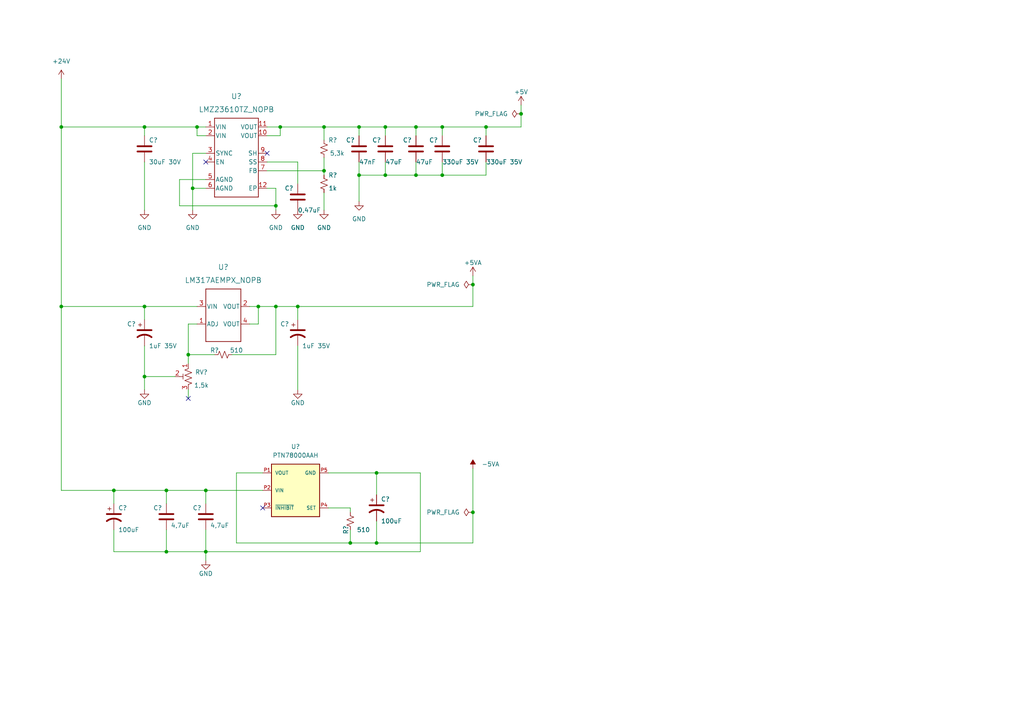
<source format=kicad_sch>
(kicad_sch (version 20211123) (generator eeschema)
  (paper "A4")
  (lib_symbols
    (symbol "Device:C" (pin_numbers hide) (pin_names (offset 0.254))
      (property "Reference" "C" (at 0.635 2.54 0))
      (property "Value" "C" (at 0.635 -2.54 0))
      (symbol "C_0_1"
        (polyline (pts (xy -2.032 -0.762) (xy 2.032 -0.762)) (stroke (width 0.508)))
        (polyline (pts (xy -2.032 0.762) (xy 2.032 0.762)) (stroke (width 0.508)))
      )
      (symbol "C_1_1"
        (pin passive line (at 0 3.81 270) (length 2.794) (name "~") (number "1"))
        (pin passive line (at 0 -3.81 90) (length 2.794) (name "~") (number "2"))
      )
    )
    (symbol "Device:C_Polarized_US" (pin_numbers hide) (pin_names (offset 0.254) hide)
      (property "Reference" "C" (at 0.635 2.54 0))
      (property "Value" "C_Polarized_US" (at 0.635 -2.54 0))
      (symbol "C_Polarized_US_0_1"
        (polyline (pts (xy -2.032 0.762) (xy 2.032 0.762)) (stroke (width 0.508)))
        (polyline (pts (xy -1.778 2.286) (xy -0.762 2.286)))
        (polyline (pts (xy -1.27 1.778) (xy -1.27 2.794)))
        (arc (start 2.032 -1.27) (mid 0 -0.5572) (end -2.032 -1.27) (stroke (width 0.508)))
      )
      (symbol "C_Polarized_US_1_1"
        (pin passive line (at 0 3.81 270) (length 2.794) (name "~") (number "1"))
        (pin passive line (at 0 -3.81 90) (length 3.302) (name "~") (number "2"))
      )
    )
    (symbol "Device:R_Potentiometer_Trim_US" (pin_names (offset 1.016) hide)
      (property "Reference" "RV" (at -4.445 0 90))
      (property "Value" "R_Potentiometer_Trim_US" (at -2.54 0 90))
      (symbol "R_Potentiometer_Trim_US_0_1"
        (polyline (pts (xy 0 -2.286) (xy 0 -2.54)))
        (polyline (pts (xy 0 2.286) (xy 0 2.54)))
        (polyline (pts (xy 1.524 0.762) (xy 1.524 -0.762)))
        (polyline (pts (xy 2.54 0) (xy 1.524 0)))
        (polyline (pts (xy 0 -0.762) (xy 1.016 -1.143) (xy 0 -1.524) (xy -1.016 -1.905) (xy 0 -2.286)))
        (polyline (pts (xy 0 0.762) (xy 1.016 0.381) (xy 0 0) (xy -1.016 -0.381) (xy 0 -0.762)))
        (polyline (pts (xy 0 2.286) (xy 1.016 1.905) (xy 0 1.524) (xy -1.016 1.143) (xy 0 0.762)))
      )
      (symbol "R_Potentiometer_Trim_US_1_1"
        (pin passive line (at 0 3.81 270) (length 1.27) (name "1") (number "1"))
        (pin passive line (at 3.81 0 180) (length 1.27) (name "2") (number "2"))
        (pin passive line (at 0 -3.81 90) (length 1.27) (name "3") (number "3"))
      )
    )
    (symbol "Device:R_Small_US" (pin_numbers hide) (pin_names (offset 0.254) hide)
      (property "Reference" "R" (at 0.762 0.508 0))
      (property "Value" "R_Small_US" (at 0.762 -1.016 0))
      (symbol "R_Small_US_1_1"
        (polyline (pts (xy 0 0) (xy 1.016 -0.381) (xy 0 -0.762) (xy -1.016 -1.143) (xy 0 -1.524)))
        (polyline (pts (xy 0 1.524) (xy 1.016 1.143) (xy 0 0.762) (xy -1.016 0.381) (xy 0 0)))
        (pin passive line (at 0 2.54 270) (length 1.016) (name "~") (number "1"))
        (pin passive line (at 0 -2.54 90) (length 1.016) (name "~") (number "2"))
      )
    )
    (symbol "SymLib:LM317AEMPX_NOPB" (pin_names (offset 0.254))
      (property "Reference" "U" (at -13.97 8.89 0))
      (property "Value" "LM317AEMPX_NOPB" (at -10.16 -8.89 0))
      (symbol "LM317AEMPX_NOPB_0_1"
        (polyline (pts (xy -15.24 -7.62) (xy -5.08 -7.62)) (stroke (width 0.2032)))
        (polyline (pts (xy -15.24 7.62) (xy -15.24 -7.62)) (stroke (width 0.2032)))
        (polyline (pts (xy -5.08 -7.62) (xy -5.08 7.62)) (stroke (width 0.2032)))
        (polyline (pts (xy -5.08 7.62) (xy -15.24 7.62)) (stroke (width 0.2032)))
        (pin input line (at -17.78 -2.54 0) (length 2.54) (name "ADJ") (number "1"))
        (pin power_in line (at -2.54 2.54 180) (length 2.54) (name "VOUT") (number "2"))
        (pin power_in line (at -17.78 2.54 0) (length 2.54) (name "VIN") (number "3"))
        (pin power_in line (at -2.54 -2.54 180) (length 2.54) (name "VOUT") (number "4"))
      )
    )
    (symbol "SymLib:LMZ23610TZ_NOPB" (pin_names (offset 0.254))
      (property "Reference" "U" (at -11.43 11.43 0))
      (property "Value" "LMZ23610TZ_NOPB" (at -6.35 -13.97 0))
      (symbol "LMZ23610TZ_NOPB_0_1"
        (polyline (pts (xy -12.7 -12.7) (xy 0 -12.7)) (stroke (width 0.2032)))
        (polyline (pts (xy -12.7 10.16) (xy -12.7 -12.7)) (stroke (width 0.2032)))
        (polyline (pts (xy 0 -12.7) (xy 0 10.16)) (stroke (width 0.2032)))
        (polyline (pts (xy 0 10.16) (xy -12.7 10.16)) (stroke (width 0.2032)))
        (pin power_in line (at -15.24 7.62 0) (length 2.54) (name "VIN") (number "1"))
        (pin power_in line (at 2.54 5.08 180) (length 2.54) (name "VOUT") (number "10"))
        (pin power_in line (at 2.54 7.62 180) (length 2.54) (name "VOUT") (number "11"))
        (pin power_in line (at 2.54 -10.16 180) (length 2.54) (name "EP") (number "12"))
        (pin power_in line (at -15.24 5.08 0) (length 2.54) (name "VIN") (number "2"))
        (pin input line (at -15.24 0 0) (length 2.54) (name "SYNC") (number "3"))
        (pin input line (at -15.24 -2.54 0) (length 2.54) (name "EN") (number "4"))
        (pin power_in line (at -15.24 -7.62 0) (length 2.54) (name "AGND") (number "5"))
        (pin power_in line (at -15.24 -10.16 0) (length 2.54) (name "AGND") (number "6"))
        (pin unspecified line (at 2.54 -5.08 180) (length 2.54) (name "FB") (number "7"))
        (pin input line (at 2.54 -2.54 180) (length 2.54) (name "SS") (number "8"))
        (pin unspecified line (at 2.54 0 180) (length 2.54) (name "SH") (number "9"))
      )
    )
    (symbol "SymLib:PTN78000AAH" (pin_names (offset 1.016))
      (property "Reference" "U" (at -6.3674 8.1419 0))
      (property "Value" "PTN78000AAH" (at -6.35 -10.16 0))
      (symbol "PTN78000AAH_0_0"
        (rectangle (start -6.35 7.62) (end 7.62 -7.62) (stroke (width 0.254)) (fill (type background)))
        (pin power_in line (at -8.89 5.08 0) (length 2.54) (name "VOUT") (number "P1"))
        (pin power_in line (at -8.89 0 0) (length 2.54) (name "VIN") (number "P2"))
        (pin bidirectional line (at -8.89 -5.08 0) (length 2.54) (name "~{INHIBIT}") (number "P3"))
        (pin bidirectional line (at 10.16 -5.08 180) (length 2.54) (name "SET") (number "P4"))
        (pin power_in line (at 10.16 5.08 180) (length 2.54) (name "GND") (number "P5"))
      )
    )
    (symbol "power:+24V" (power) (pin_names (offset 0))
      (property "Value" "+24V" (at 0 3.556 0))
      (symbol "+24V_0_1"
        (polyline (pts (xy -0.762 1.27) (xy 0 2.54)))
        (polyline (pts (xy 0 0) (xy 0 2.54)))
        (polyline (pts (xy 0 2.54) (xy 0.762 1.27)))
      )
      (symbol "+24V_1_1"
        (pin power_in line (at 0 0 90) (length 0) hide (name "+24V") (number "1"))
      )
    )
    (symbol "power:+5V" (power) (pin_names (offset 0))
      (property "Value" "+5V" (at 0 3.556 0))
      (symbol "+5V_0_1"
        (polyline (pts (xy -0.762 1.27) (xy 0 2.54)))
        (polyline (pts (xy 0 0) (xy 0 2.54)))
        (polyline (pts (xy 0 2.54) (xy 0.762 1.27)))
      )
      (symbol "+5V_1_1"
        (pin power_in line (at 0 0 90) (length 0) hide (name "+5V") (number "1"))
      )
    )
    (symbol "power:+5VA" (power) (pin_names (offset 0))
      (property "Value" "+5VA" (at 0 3.556 0))
      (symbol "+5VA_0_1"
        (polyline (pts (xy -0.762 1.27) (xy 0 2.54)))
        (polyline (pts (xy 0 0) (xy 0 2.54)))
        (polyline (pts (xy 0 2.54) (xy 0.762 1.27)))
      )
      (symbol "+5VA_1_1"
        (pin power_in line (at 0 0 90) (length 0) hide (name "+5VA") (number "1"))
      )
    )
    (symbol "power:-5VA" (power) (pin_names (offset 0))
      (property "Value" "-5VA" (at 0 3.81 0))
      (symbol "-5VA_0_0"
        (pin power_in line (at 0 0 90) (length 0) hide (name "-5VA") (number "1"))
      )
      (symbol "-5VA_0_1"
        (polyline (pts (xy 0 0) (xy 0 1.27) (xy 0.762 1.27) (xy 0 2.54) (xy -0.762 1.27) (xy 0 1.27)) (fill (type outline)))
      )
    )
    (symbol "power:GND" (power) (pin_names (offset 0))
      (property "Value" "GND" (at 0 -3.81 0))
      (symbol "GND_0_1"
        (polyline (pts (xy 0 0) (xy 0 -1.27) (xy 1.27 -1.27) (xy 0 -2.54) (xy -1.27 -1.27) (xy 0 -1.27)))
      )
      (symbol "GND_1_1"
        (pin power_in line (at 0 0 270) (length 0) hide (name "GND") (number "1"))
      )
    )
    (symbol "power:PWR_FLAG" (power) (pin_numbers hide) (pin_names (offset 0) hide)
      (property "Value" "PWR_FLAG" (at 0 3.81 0))
      (symbol "PWR_FLAG_0_0"
        (pin power_out line (at 0 0 90) (length 0) (name "pwr") (number "1"))
      )
      (symbol "PWR_FLAG_0_1"
        (polyline (pts (xy 0 0) (xy 0 1.27) (xy -1.016 1.905) (xy 0 2.54) (xy 1.016 1.905) (xy 0 1.27)))
      )
    )
  )
  (junction (at 48.26 160.02))
  (junction (at 109.22 157.48))
  (junction (at 104.14 50.8))
  (junction (at 41.91 109.22))
  (junction (at 41.91 36.83))
  (junction (at 120.65 36.83))
  (junction (at 128.27 50.8))
  (junction (at 111.76 50.8))
  (junction (at 151.13 33.02))
  (junction (at 109.22 137.16))
  (junction (at 59.69 142.24))
  (junction (at 93.98 49.53))
  (junction (at 86.36 88.9))
  (junction (at 140.97 36.83))
  (junction (at 111.76 36.83))
  (junction (at 120.65 50.8))
  (junction (at 137.16 148.59))
  (junction (at 59.69 160.02))
  (junction (at 41.91 88.9))
  (junction (at 57.15 36.83))
  (junction (at 93.98 36.83))
  (junction (at 128.27 36.83))
  (junction (at 81.28 36.83))
  (junction (at 137.16 82.55))
  (junction (at 80.01 88.9))
  (junction (at 48.26 142.24))
  (junction (at 33.02 142.24))
  (junction (at 17.78 36.83))
  (junction (at 104.14 36.83))
  (junction (at 101.6 157.48))
  (junction (at 74.93 88.9))
  (junction (at 17.78 88.9))
  (junction (at 55.88 54.61))
  (junction (at 54.61 102.87))
  (junction (at 80.01 59.69))
  (no_connect (at 77.47 44.45))
  (no_connect (at 59.69 46.99))
  (no_connect (at 76.2 147.32))
  (no_connect (at 54.61 115.57))
  (wire (pts (xy 86.36 100.33) (xy 86.36 113.03)))
  (wire (pts (xy 67.31 102.87) (xy 80.01 102.87)))
  (wire (pts (xy 74.93 88.9) (xy 80.01 88.9)))
  (wire (pts (xy 93.98 36.83) (xy 104.14 36.83)))
  (wire (pts (xy 52.07 52.07) (xy 59.69 52.07)))
  (wire (pts (xy 128.27 50.8) (xy 120.65 50.8)))
  (wire (pts (xy 55.88 60.96) (xy 55.88 54.61)))
  (wire (pts (xy 104.14 36.83) (xy 111.76 36.83)))
  (wire (pts (xy 55.88 44.45) (xy 55.88 54.61)))
  (wire (pts (xy 120.65 39.37) (xy 120.65 36.83)))
  (wire (pts (xy 128.27 50.8) (xy 140.97 50.8)))
  (wire (pts (xy 104.14 46.99) (xy 104.14 50.8)))
  (wire (pts (xy 55.88 54.61) (xy 59.69 54.61)))
  (wire (pts (xy 33.02 160.02) (xy 48.26 160.02)))
  (wire (pts (xy 59.69 153.67) (xy 59.69 160.02)))
  (wire (pts (xy 86.36 88.9) (xy 86.36 92.71)))
  (wire (pts (xy 54.61 115.57) (xy 54.61 113.03)))
  (wire (pts (xy 95.25 147.32) (xy 101.6 147.32)))
  (wire (pts (xy 128.27 36.83) (xy 140.97 36.83)))
  (wire (pts (xy 80.01 88.9) (xy 80.01 102.87)))
  (wire (pts (xy 59.69 142.24) (xy 76.2 142.24)))
  (wire (pts (xy 48.26 153.67) (xy 48.26 160.02)))
  (wire (pts (xy 93.98 49.53) (xy 93.98 50.8)))
  (wire (pts (xy 59.69 39.37) (xy 57.15 39.37)))
  (wire (pts (xy 68.58 157.48) (xy 101.6 157.48)))
  (wire (pts (xy 101.6 157.48) (xy 101.6 153.67)))
  (wire (pts (xy 101.6 148.59) (xy 101.6 147.32)))
  (wire (pts (xy 59.69 160.02) (xy 121.92 160.02)))
  (wire (pts (xy 93.98 45.72) (xy 93.98 49.53)))
  (wire (pts (xy 95.25 137.16) (xy 109.22 137.16)))
  (wire (pts (xy 41.91 109.22) (xy 41.91 113.03)))
  (wire (pts (xy 48.26 142.24) (xy 48.26 146.05)))
  (wire (pts (xy 50.8 109.22) (xy 41.91 109.22)))
  (wire (pts (xy 41.91 100.33) (xy 41.91 109.22)))
  (wire (pts (xy 33.02 153.67) (xy 33.02 160.02)))
  (wire (pts (xy 57.15 39.37) (xy 57.15 36.83)))
  (wire (pts (xy 59.69 44.45) (xy 55.88 44.45)))
  (wire (pts (xy 104.14 50.8) (xy 104.14 58.42)))
  (wire (pts (xy 111.76 39.37) (xy 111.76 36.83)))
  (wire (pts (xy 77.47 49.53) (xy 93.98 49.53)))
  (wire (pts (xy 137.16 135.89) (xy 137.16 148.59)))
  (wire (pts (xy 17.78 36.83) (xy 17.78 88.9)))
  (wire (pts (xy 86.36 53.34) (xy 86.36 46.99)))
  (wire (pts (xy 128.27 46.99) (xy 128.27 50.8)))
  (wire (pts (xy 121.92 137.16) (xy 121.92 160.02)))
  (wire (pts (xy 57.15 36.83) (xy 59.69 36.83)))
  (wire (pts (xy 140.97 36.83) (xy 151.13 36.83)))
  (wire (pts (xy 86.36 46.99) (xy 77.47 46.99)))
  (wire (pts (xy 80.01 60.96) (xy 80.01 59.69)))
  (wire (pts (xy 17.78 22.86) (xy 17.78 36.83)))
  (wire (pts (xy 52.07 52.07) (xy 52.07 59.69)))
  (wire (pts (xy 17.78 142.24) (xy 33.02 142.24)))
  (wire (pts (xy 111.76 36.83) (xy 120.65 36.83)))
  (wire (pts (xy 54.61 93.98) (xy 54.61 102.87)))
  (wire (pts (xy 137.16 148.59) (xy 137.16 157.48)))
  (wire (pts (xy 54.61 93.98) (xy 57.15 93.98)))
  (wire (pts (xy 151.13 30.48) (xy 151.13 33.02)))
  (wire (pts (xy 86.36 88.9) (xy 137.16 88.9)))
  (wire (pts (xy 109.22 151.13) (xy 109.22 157.48)))
  (wire (pts (xy 76.2 137.16) (xy 68.58 137.16)))
  (wire (pts (xy 111.76 50.8) (xy 120.65 50.8)))
  (wire (pts (xy 104.14 36.83) (xy 104.14 39.37)))
  (wire (pts (xy 41.91 60.96) (xy 41.91 46.99)))
  (wire (pts (xy 120.65 36.83) (xy 128.27 36.83)))
  (wire (pts (xy 59.69 142.24) (xy 59.69 146.05)))
  (wire (pts (xy 140.97 46.99) (xy 140.97 50.8)))
  (wire (pts (xy 120.65 46.99) (xy 120.65 50.8)))
  (wire (pts (xy 41.91 88.9) (xy 41.91 92.71)))
  (wire (pts (xy 17.78 88.9) (xy 17.78 142.24)))
  (wire (pts (xy 59.69 160.02) (xy 59.69 162.56)))
  (wire (pts (xy 151.13 33.02) (xy 151.13 36.83)))
  (wire (pts (xy 52.07 59.69) (xy 80.01 59.69)))
  (wire (pts (xy 77.47 36.83) (xy 81.28 36.83)))
  (wire (pts (xy 140.97 36.83) (xy 140.97 39.37)))
  (wire (pts (xy 81.28 36.83) (xy 93.98 36.83)))
  (wire (pts (xy 80.01 88.9) (xy 86.36 88.9)))
  (wire (pts (xy 93.98 55.88) (xy 93.98 60.96)))
  (wire (pts (xy 48.26 160.02) (xy 59.69 160.02)))
  (wire (pts (xy 54.61 102.87) (xy 62.23 102.87)))
  (wire (pts (xy 101.6 157.48) (xy 109.22 157.48)))
  (wire (pts (xy 109.22 137.16) (xy 109.22 143.51)))
  (wire (pts (xy 41.91 88.9) (xy 57.15 88.9)))
  (wire (pts (xy 111.76 46.99) (xy 111.76 50.8)))
  (wire (pts (xy 77.47 39.37) (xy 81.28 39.37)))
  (wire (pts (xy 17.78 88.9) (xy 41.91 88.9)))
  (wire (pts (xy 41.91 36.83) (xy 41.91 39.37)))
  (wire (pts (xy 17.78 36.83) (xy 41.91 36.83)))
  (wire (pts (xy 81.28 39.37) (xy 81.28 36.83)))
  (wire (pts (xy 104.14 50.8) (xy 111.76 50.8)))
  (wire (pts (xy 109.22 157.48) (xy 137.16 157.48)))
  (wire (pts (xy 93.98 36.83) (xy 93.98 40.64)))
  (wire (pts (xy 54.61 102.87) (xy 54.61 105.41)))
  (wire (pts (xy 137.16 80.01) (xy 137.16 82.55)))
  (wire (pts (xy 48.26 142.24) (xy 59.69 142.24)))
  (wire (pts (xy 33.02 146.05) (xy 33.02 142.24)))
  (wire (pts (xy 68.58 137.16) (xy 68.58 157.48)))
  (wire (pts (xy 74.93 88.9) (xy 72.39 88.9)))
  (wire (pts (xy 72.39 93.98) (xy 74.93 93.98)))
  (wire (pts (xy 80.01 59.69) (xy 80.01 54.61)))
  (wire (pts (xy 128.27 39.37) (xy 128.27 36.83)))
  (wire (pts (xy 80.01 54.61) (xy 77.47 54.61)))
  (wire (pts (xy 74.93 93.98) (xy 74.93 88.9)))
  (wire (pts (xy 33.02 142.24) (xy 48.26 142.24)))
  (wire (pts (xy 137.16 82.55) (xy 137.16 88.9)))
  (wire (pts (xy 109.22 137.16) (xy 121.92 137.16)))
  (wire (pts (xy 41.91 36.83) (xy 57.15 36.83)))
  (symbol (lib_id "power:-5VA") (at 137.16 135.89 0) (unit 1)
    (property "Reference" "#PWR?" (effects hide))
    (property "Value" "-5VA" (at 139.7 134.6199 0) (effects (justify left)))
  )
  (symbol (lib_id "power:+24V") (at 17.78 22.86 0) (unit 1)
    (property "Reference" "#PWR?" (effects hide))
    (property "Value" "+24V" (at 17.78 17.78 0))
  )
  (symbol (lib_id "power:GND") (at 59.69 162.56 0) (unit 1)
    (property "Reference" "#PWR?" (effects hide))
    (property "Value" "GND" (at 59.69 166.37 0))
  )
  (symbol (lib_id "power:GND") (at 86.36 113.03 0) (unit 1)
    (property "Reference" "#PWR?" (effects hide))
    (property "Value" "GND" (at 86.36 116.84 0))
  )
  (symbol (lib_id "power:+5VA") (at 137.16 80.01 0) (unit 1)
    (property "Reference" "#PWR?" (effects hide))
    (property "Value" "+5VA" (at 137.16 76.2 0))
  )
  (symbol (lib_id "SymLib:PTN78000AAH") (at 85.09 142.24 0) (unit 1)
    (property "Reference" "U?" (at 85.725 129.54 0))
    (property "Value" "PTN78000AAH" (at 85.725 132.08 0))
    (property "Footprint" "FootPrintLib:PTN78000" (effects hide))
  )
  (symbol (lib_id "power:GND") (at 93.98 60.96 0) (unit 1)
    (property "Reference" "#PWR?" (effects hide))
    (property "Value" "GND" (at 93.98 66.04 0))
  )
  (symbol (lib_id "Device:R_Small_US") (at 93.98 43.18 180) (unit 1)
    (property "Reference" "R?" (at 96.52 40.64 0))
    (property "Value" "5,3k" (at 97.79 44.45 0))
    (property "Footprint" "Resistor_SMD:R_0603_1608Metric" (effects hide))
  )
  (symbol (lib_id "Device:R_Potentiometer_Trim_US") (at 54.61 109.22 0) (mirror y) (unit 1)
    (property "Reference" "RV?" (at 58.42 107.95 0))
    (property "Value" "1,5k" (at 58.42 111.76 0))
    (property "Footprint" "FootPrint:TRIM_3362P-1-102LF" (effects hide))
  )
  (symbol (lib_id "Device:C") (at 41.91 43.18 0) (unit 1)
    (property "Reference" "C?" (at 43.18 40.64 0) (effects (justify left)))
    (property "Value" "30uF 30V" (at 43.18 46.99 0) (effects (justify left)))
    (property "Footprint" "FootPrintLib:CAPC6153X500N" (effects hide))
  )
  (symbol (lib_id "Device:C") (at 104.14 43.18 0) (unit 1)
    (property "Reference" "C?" (at 100.33 40.64 0) (effects (justify left)))
    (property "Value" "47nF" (at 104.14 46.99 0) (effects (justify left)))
    (property "Footprint" "Capacitor_SMD:C_0201_0603Metric" (effects hide))
  )
  (symbol (lib_id "Device:R_Small_US") (at 64.77 102.87 90) (unit 1)
    (property "Reference" "R?" (at 62.23 101.6 90))
    (property "Value" "510" (at 68.58 101.6 90))
    (property "Footprint" "Resistor_SMD:R_0603_1608Metric" (effects hide))
  )
  (symbol (lib_id "Device:C") (at 59.69 149.86 0) (unit 1)
    (property "Reference" "C?" (at 55.88 147.32 0) (effects (justify left)))
    (property "Value" "4,7uF" (at 60.96 152.4 0) (effects (justify left)))
    (property "Footprint" "Capacitor_SMD:C_0603_1608Metric" (effects hide))
  )
  (symbol (lib_id "power:GND") (at 41.91 60.96 0) (unit 1)
    (property "Reference" "#PWR?" (effects hide))
    (property "Value" "GND" (at 41.91 66.04 0))
  )
  (symbol (lib_id "SymLib:LM317AEMPX_NOPB") (at 74.93 91.44 0) (unit 1)
    (property "Reference" "U?" (at 64.77 77.47 0) (effects (font (size 1.524 1.524))))
    (property "Value" "LM317AEMPX_NOPB" (at 64.77 81.28 0) (effects (font (size 1.524 1.524))))
    (property "Footprint" "FootPrint:DCY0004A_L" (effects hide))
    (property "Datasheet" "LM317AEMPX/NOPB" (effects hide))
  )
  (symbol (lib_id "power:GND") (at 41.91 113.03 0) (unit 1)
    (property "Reference" "#PWR?" (effects hide))
    (property "Value" "GND" (at 41.91 116.84 0))
  )
  (symbol (lib_id "Device:R_Small_US") (at 93.98 53.34 180) (unit 1)
    (property "Reference" "R?" (at 96.52 50.8 0))
    (property "Value" "1k" (at 96.52 54.61 0))
    (property "Footprint" "Resistor_SMD:R_0603_1608Metric" (effects hide))
  )
  (symbol (lib_id "power:GND") (at 55.88 60.96 0) (unit 1)
    (property "Reference" "#PWR?" (effects hide))
    (property "Value" "GND" (at 55.88 66.04 0))
  )
  (symbol (lib_id "Device:C") (at 140.97 43.18 0) (unit 1)
    (property "Reference" "C?" (at 137.16 40.64 0) (effects (justify left)))
    (property "Value" "330uF 35V" (at 140.97 46.99 0) (effects (justify left)))
    (property "Footprint" "FootPrintLib:CAP_PC_10X12P7_NCH" (effects hide))
  )
  (symbol (lib_id "power:PWR_FLAG") (at 151.13 33.02 90) (unit 1)
    (property "Reference" "#FLG?" (effects hide))
    (property "Value" "PWR_FLAG" (at 147.32 33.0199 90) (effects (justify left)))
  )
  (symbol (lib_id "power:+5V") (at 151.13 30.48 0) (unit 1)
    (property "Reference" "#PWR?" (effects hide))
    (property "Value" "+5V" (at 151.13 26.67 0))
  )
  (symbol (lib_id "Device:C_Polarized_US") (at 86.36 96.52 0) (unit 1)
    (property "Reference" "C?" (at 81.28 93.98 0) (effects (justify left)))
    (property "Value" "1uF 35V" (at 87.63 100.33 0) (effects (justify left)))
    (property "Footprint" "FootPrintLib:CAPMP3.7X2.8_2.1N_KEM" (effects hide))
  )
  (symbol (lib_id "power:GND") (at 86.36 60.96 0) (unit 1)
    (property "Reference" "#PWR?" (effects hide))
    (property "Value" "GND" (at 86.36 66.04 0))
  )
  (symbol (lib_id "Device:C_Polarized_US") (at 41.91 96.52 0) (unit 1)
    (property "Reference" "C?" (at 36.83 93.98 0) (effects (justify left)))
    (property "Value" "1uF 35V" (at 43.18 100.33 0) (effects (justify left)))
    (property "Footprint" "FootPrintLib:CAPMP3.7X2.8_2.1N_KEM" (effects hide))
  )
  (symbol (lib_id "SymLib:LMZ23610TZ_NOPB") (at 74.93 44.45 0) (unit 1)
    (property "Reference" "U?" (at 68.58 27.94 0) (effects (font (size 1.524 1.524))))
    (property "Value" "LMZ23610TZ_NOPB" (at 68.58 31.75 0) (effects (font (size 1.524 1.524))))
    (property "Footprint" "FootPrint:NDY0011A_L" (effects hide))
    (property "Datasheet" "LMZ23610TZ/NOPB" (effects hide))
  )
  (symbol (lib_id "Device:C") (at 48.26 149.86 0) (unit 1)
    (property "Reference" "C?" (at 44.45 147.32 0) (effects (justify left)))
    (property "Value" "4,7uF" (at 49.53 152.4 0) (effects (justify left)))
    (property "Footprint" "Capacitor_SMD:C_0603_1608Metric" (effects hide))
  )
  (symbol (lib_id "power:GND") (at 104.14 58.42 0) (unit 1)
    (property "Reference" "#PWR?" (effects hide))
    (property "Value" "GND" (at 104.14 63.5 0))
  )
  (symbol (lib_id "Device:C_Polarized_US") (at 33.02 149.86 0) (unit 1)
    (property "Reference" "C?" (at 34.29 147.32 0) (effects (justify left)))
    (property "Value" "100uF" (at 34.29 153.67 0) (effects (justify left)))
    (property "Footprint" "FootPrintLib:CAP_K1V101P_PAN" (effects hide))
  )
  (symbol (lib_id "Device:C") (at 128.27 43.18 0) (unit 1)
    (property "Reference" "C?" (at 124.46 40.64 0) (effects (justify left)))
    (property "Value" "330uF 35V" (at 128.27 46.99 0) (effects (justify left)))
    (property "Footprint" "FootPrintLib:CAP_PC_10X12P7_NCH" (effects hide))
  )
  (symbol (lib_id "Device:C_Polarized_US") (at 109.22 147.32 0) (unit 1)
    (property "Reference" "C?" (at 110.49 144.78 0) (effects (justify left)))
    (property "Value" "100uF" (at 110.49 151.13 0) (effects (justify left)))
    (property "Footprint" "FootPrintLib:CAP_K1V101P_PAN" (effects hide))
  )
  (symbol (lib_id "Device:C") (at 111.76 43.18 0) (unit 1)
    (property "Reference" "C?" (at 107.95 40.64 0) (effects (justify left)))
    (property "Value" "47uF" (at 111.76 46.99 0) (effects (justify left)))
    (property "Footprint" "Capacitor_SMD:C_0603_1608Metric" (effects hide))
  )
  (symbol (lib_id "Device:C") (at 86.36 57.15 0) (unit 1)
    (property "Reference" "C?" (at 82.55 54.61 0) (effects (justify left)))
    (property "Value" "0,47uF" (at 86.36 60.96 0) (effects (justify left)))
    (property "Footprint" "Capacitor_SMD:C_0201_0603Metric" (effects hide))
  )
  (symbol (lib_id "Device:R_Small_US") (at 101.6 151.13 180) (unit 1)
    (property "Reference" "R?" (at 100.33 153.67 90))
    (property "Value" "510" (at 105.41 153.67 0))
    (property "Footprint" "Resistor_SMD:R_0603_1608Metric" (effects hide))
  )
  (symbol (lib_id "power:PWR_FLAG") (at 137.16 148.59 90) (unit 1)
    (property "Reference" "#FLG?" (effects hide))
    (property "Value" "PWR_FLAG" (at 133.35 148.5899 90) (effects (justify left)))
  )
  (symbol (lib_id "power:PWR_FLAG") (at 137.16 82.55 90) (unit 1)
    (property "Reference" "#FLG?" (effects hide))
    (property "Value" "PWR_FLAG" (at 133.35 82.5499 90) (effects (justify left)))
  )
  (symbol (lib_id "Device:C") (at 120.65 43.18 0) (unit 1)
    (property "Reference" "C?" (at 116.84 40.64 0) (effects (justify left)))
    (property "Value" "47uF" (at 120.65 46.99 0) (effects (justify left)))
    (property "Footprint" "Capacitor_SMD:C_0603_1608Metric" (effects hide))
  )
  (symbol (lib_id "power:GND") (at 80.01 60.96 0) (unit 1)
    (property "Reference" "#PWR?" (effects hide))
    (property "Value" "GND" (at 80.01 66.04 0))
  )
)
</source>
